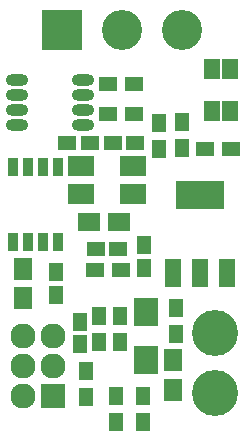
<source format=gbs>
G04 #@! TF.FileFunction,Soldermask,Bot*
%FSLAX46Y46*%
G04 Gerber Fmt 4.6, Leading zero omitted, Abs format (unit mm)*
G04 Created by KiCad (PCBNEW 4.0.1-stable) date Monday, February 15, 2016 'PMt' 09:43:10 PM*
%MOMM*%
G01*
G04 APERTURE LIST*
%ADD10C,0.100000*%
%ADD11C,3.900120*%
%ADD12R,0.908000X1.543000*%
%ADD13R,1.600000X1.150000*%
%ADD14R,2.000000X2.400000*%
%ADD15R,1.300000X1.600000*%
%ADD16R,4.057600X2.432000*%
%ADD17R,1.416000X2.432000*%
%ADD18R,3.399740X3.399740*%
%ADD19C,3.399740*%
%ADD20O,1.873200X1.009600*%
%ADD21R,1.600000X1.300000*%
%ADD22R,1.450000X1.800000*%
%ADD23R,1.150000X1.600000*%
%ADD24R,2.200860X1.799540*%
%ADD25R,2.127200X2.127200*%
%ADD26O,2.127200X2.127200*%
%ADD27R,1.900000X1.650000*%
%ADD28R,1.650000X1.900000*%
G04 APERTURE END LIST*
D10*
D11*
X134366000Y-93726000D03*
X134366000Y-98806000D03*
D12*
X117284500Y-85979000D03*
X118554500Y-85979000D03*
X119824500Y-85979000D03*
X121094500Y-85979000D03*
X121094500Y-79629000D03*
X119824500Y-79629000D03*
X118554500Y-79629000D03*
X117284500Y-79629000D03*
D13*
X125730000Y-77597000D03*
X127630000Y-77597000D03*
X123759000Y-77597000D03*
X121859000Y-77597000D03*
D14*
X128524000Y-91980000D03*
X128524000Y-95980000D03*
D15*
X128270000Y-101260000D03*
X128270000Y-99060000D03*
X125984000Y-101260000D03*
X125984000Y-99060000D03*
X131064000Y-93810000D03*
X131064000Y-91610000D03*
D16*
X133096000Y-82042000D03*
D17*
X133096000Y-88646000D03*
X130810000Y-88646000D03*
X135382000Y-88646000D03*
D18*
X121412000Y-68072000D03*
D19*
X126492000Y-68072000D03*
X131572000Y-68072000D03*
D20*
X123190000Y-72263000D03*
X123190000Y-73533000D03*
X123190000Y-74803000D03*
X123190000Y-76073000D03*
X117602000Y-76073000D03*
X117602000Y-74803000D03*
X117602000Y-73533000D03*
X117602000Y-72263000D03*
D21*
X127508000Y-72644000D03*
X125308000Y-72644000D03*
X127508000Y-75184000D03*
X125308000Y-75184000D03*
D15*
X129603500Y-75905000D03*
X129603500Y-78105000D03*
X131572000Y-75882500D03*
X131572000Y-78082500D03*
D22*
X134149000Y-74952000D03*
X134149000Y-71352000D03*
X135599000Y-74952000D03*
X135599000Y-71352000D03*
D23*
X128397000Y-86299000D03*
X128397000Y-88199000D03*
D21*
X124249000Y-88392000D03*
X126449000Y-88392000D03*
D24*
X123022360Y-79573120D03*
X127421640Y-79573120D03*
X127421640Y-81970880D03*
X123022360Y-81970880D03*
D21*
X133563000Y-78105000D03*
X135763000Y-78105000D03*
D15*
X123444000Y-96944000D03*
X123444000Y-99144000D03*
D25*
X120650000Y-99060000D03*
D26*
X118110000Y-99060000D03*
X120650000Y-96520000D03*
X118110000Y-96520000D03*
X120650000Y-93980000D03*
X118110000Y-93980000D03*
D27*
X123738000Y-84328000D03*
X126238000Y-84328000D03*
D28*
X118110000Y-88285000D03*
X118110000Y-90785000D03*
D13*
X124272000Y-86614000D03*
X126172000Y-86614000D03*
D23*
X120904000Y-88582500D03*
X120904000Y-90482500D03*
D28*
X130810000Y-96032000D03*
X130810000Y-98532000D03*
D23*
X122936000Y-92776000D03*
X122936000Y-94676000D03*
D15*
X126365000Y-94445000D03*
X126365000Y-92245000D03*
X124587000Y-92245000D03*
X124587000Y-94445000D03*
M02*

</source>
